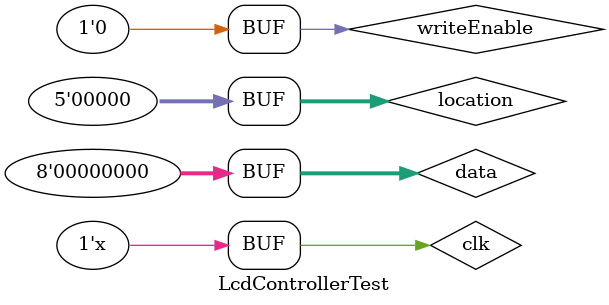
<source format=v>
`timescale 1ns / 1ps


module LcdControllerTest;

	// Inputs
	reg writeEnable;
	reg [4:0] location;
	reg [7:0] data;
	reg clk;

	// Outputs
	wire [7:0] readData;
	wire [11:8] SF_D;
	wire LCD_E;
	wire LCD_RS;
	wire LCD_RW;

	// Instantiate the Unit Under Test (UUT)
	LcdController uut (
		.writeEnable(writeEnable), 
		.location(location), 
		.data(data), 
		.clk(clk), 
		.readData(readData),
		.SF_D(SF_D), 
		.LCD_E(LCD_E), 
		.LCD_RS(LCD_RS), 
		.LCD_RW(LCD_RW)
	);

	initial begin
		// Initialize Inputs
		writeEnable = 0;
		location = 0;
		data = 0;
		clk = 0;
	end
	
	always begin
		#10 clk = ~clk;
	end      
endmodule

</source>
